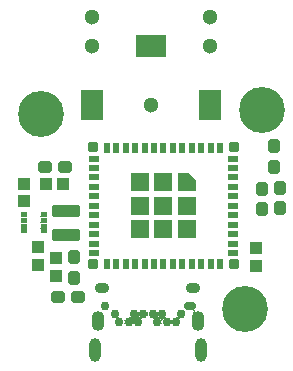
<source format=gbr>
%TF.GenerationSoftware,KiCad,Pcbnew,(7.0.0)*%
%TF.CreationDate,2023-10-08T10:18:40-07:00*%
%TF.ProjectId,Dot-LED,446f742d-4c45-4442-9e6b-696361645f70,rev?*%
%TF.SameCoordinates,Original*%
%TF.FileFunction,Soldermask,Bot*%
%TF.FilePolarity,Negative*%
%FSLAX46Y46*%
G04 Gerber Fmt 4.6, Leading zero omitted, Abs format (unit mm)*
G04 Created by KiCad (PCBNEW (7.0.0)) date 2023-10-08 10:18:40*
%MOMM*%
%LPD*%
G01*
G04 APERTURE LIST*
G04 Aperture macros list*
%AMRoundRect*
0 Rectangle with rounded corners*
0 $1 Rounding radius*
0 $2 $3 $4 $5 $6 $7 $8 $9 X,Y pos of 4 corners*
0 Add a 4 corners polygon primitive as box body*
4,1,4,$2,$3,$4,$5,$6,$7,$8,$9,$2,$3,0*
0 Add four circle primitives for the rounded corners*
1,1,$1+$1,$2,$3*
1,1,$1+$1,$4,$5*
1,1,$1+$1,$6,$7*
1,1,$1+$1,$8,$9*
0 Add four rect primitives between the rounded corners*
20,1,$1+$1,$2,$3,$4,$5,0*
20,1,$1+$1,$4,$5,$6,$7,0*
20,1,$1+$1,$6,$7,$8,$9,0*
20,1,$1+$1,$8,$9,$2,$3,0*%
%AMFreePoly0*
4,1,14,0.760355,0.760355,0.775000,0.725000,0.775000,-0.725000,0.760355,-0.760355,0.725000,-0.775000,-0.125000,-0.775000,-0.160355,-0.760355,-0.760355,-0.160355,-0.775000,-0.125000,-0.775000,0.725000,-0.760355,0.760355,-0.725000,0.775000,0.725000,0.775000,0.760355,0.760355,0.760355,0.760355,$1*%
G04 Aperture macros list end*
%ADD10C,3.890000*%
%ADD11C,1.300000*%
%ADD12RoundRect,0.050000X-1.250000X0.900000X-1.250000X-0.900000X1.250000X-0.900000X1.250000X0.900000X0*%
%ADD13RoundRect,0.050000X-0.900000X1.250000X-0.900000X-1.250000X0.900000X-1.250000X0.900000X1.250000X0*%
%ADD14C,0.750000*%
%ADD15O,1.050000X0.750000*%
%ADD16O,1.000000X2.000000*%
%ADD17O,1.100000X1.700000*%
%ADD18O,1.250000X0.900000*%
%ADD19RoundRect,0.287500X-0.237500X0.300000X-0.237500X-0.300000X0.237500X-0.300000X0.237500X0.300000X0*%
%ADD20RoundRect,0.050000X0.400000X-0.200000X0.400000X0.200000X-0.400000X0.200000X-0.400000X-0.200000X0*%
%ADD21RoundRect,0.050000X0.200000X0.400000X-0.200000X0.400000X-0.200000X-0.400000X0.200000X-0.400000X0*%
%ADD22RoundRect,0.050000X0.725000X-0.725000X0.725000X0.725000X-0.725000X0.725000X-0.725000X-0.725000X0*%
%ADD23FreePoly0,180.000000*%
%ADD24RoundRect,0.050000X0.350000X-0.350000X0.350000X0.350000X-0.350000X0.350000X-0.350000X-0.350000X0*%
%ADD25RoundRect,0.287500X0.300000X0.237500X-0.300000X0.237500X-0.300000X-0.237500X0.300000X-0.237500X0*%
%ADD26RoundRect,0.287500X0.237500X-0.300000X0.237500X0.300000X-0.237500X0.300000X-0.237500X-0.300000X0*%
%ADD27RoundRect,0.050000X-0.500000X0.450000X-0.500000X-0.450000X0.500000X-0.450000X0.500000X0.450000X0*%
%ADD28RoundRect,0.050000X0.500000X-0.450000X0.500000X0.450000X-0.500000X0.450000X-0.500000X-0.450000X0*%
%ADD29RoundRect,0.050000X0.237500X-0.150000X0.237500X0.150000X-0.237500X0.150000X-0.237500X-0.150000X0*%
%ADD30RoundRect,0.050000X0.450000X0.500000X-0.450000X0.500000X-0.450000X-0.500000X0.450000X-0.500000X0*%
%ADD31RoundRect,0.050000X1.100000X-0.425000X1.100000X0.425000X-1.100000X0.425000X-1.100000X-0.425000X0*%
G04 APERTURE END LIST*
D10*
%TO.C,RX1*%
X136400000Y-48250000D03*
%TD*%
D11*
%TO.C,CON1*%
X132050000Y-40300000D03*
X122050000Y-40300000D03*
X132050000Y-42800000D03*
X122050000Y-42800000D03*
X127050000Y-47800000D03*
D12*
X127050000Y-42800000D03*
D13*
X122050000Y-47800000D03*
X132050000Y-47800000D03*
%TD*%
D14*
%TO.C,P1*%
X123150000Y-64800000D03*
D15*
X130349999Y-64799999D03*
D14*
X129550000Y-65450000D03*
X129150000Y-66150000D03*
X128350000Y-66150000D03*
X127950000Y-65450000D03*
X127550000Y-66150000D03*
X127150000Y-65450000D03*
X126350000Y-65450000D03*
X125950000Y-66150000D03*
X125550000Y-65450000D03*
X125150000Y-66150000D03*
X124350000Y-66150000D03*
X123950000Y-65450000D03*
D16*
X122249999Y-68564999D03*
D17*
X122529999Y-66049999D03*
D18*
X122904999Y-63249999D03*
X130594999Y-63249999D03*
D17*
X130969999Y-66049999D03*
D16*
X131249999Y-68564999D03*
%TD*%
D10*
%TO.C,GND2*%
X135000000Y-65050000D03*
%TD*%
%TO.C,TX1*%
X117750000Y-48550000D03*
%TD*%
D19*
%TO.C,C7*%
X137400000Y-51287500D03*
X137400000Y-53012500D03*
%TD*%
D20*
%TO.C,U1*%
X133975000Y-52325000D03*
X133975000Y-53125000D03*
X133975000Y-53925000D03*
X133975000Y-54725000D03*
X133975000Y-55525000D03*
X133975000Y-56325000D03*
X133975000Y-57125000D03*
X133975000Y-57925000D03*
X133975000Y-58725000D03*
X133975000Y-59525000D03*
X133975000Y-60325000D03*
D21*
X132875000Y-61225000D03*
X132075000Y-61225000D03*
X131275000Y-61225000D03*
X130475000Y-61225000D03*
X129675000Y-61225000D03*
X128875000Y-61225000D03*
X128075000Y-61225000D03*
X127275000Y-61225000D03*
X126475000Y-61225000D03*
X125675000Y-61225000D03*
X124875000Y-61225000D03*
X124075000Y-61225000D03*
X123275000Y-61225000D03*
D20*
X122175000Y-60325000D03*
X122175000Y-59525000D03*
X122175000Y-58725000D03*
X122175000Y-57925000D03*
X122175000Y-57125000D03*
X122175000Y-56325000D03*
X122175000Y-55525000D03*
X122175000Y-54725000D03*
X122175000Y-53925000D03*
X122175000Y-53125000D03*
X122175000Y-52325000D03*
D21*
X123275000Y-51425000D03*
X124075000Y-51425000D03*
X124875000Y-51425000D03*
X125675000Y-51425000D03*
X126475000Y-51425000D03*
X127275000Y-51425000D03*
X128075000Y-51425000D03*
X128875000Y-51425000D03*
X129675000Y-51425000D03*
X130475000Y-51425000D03*
X131275000Y-51425000D03*
X132075000Y-51425000D03*
X132875000Y-51425000D03*
D22*
X130050000Y-58300000D03*
X130050000Y-56325000D03*
D23*
X130050000Y-54350000D03*
D22*
X128075000Y-58300000D03*
X128075000Y-56325000D03*
X128075000Y-54350000D03*
X126100000Y-58300000D03*
X126100000Y-56325000D03*
X126100000Y-54350000D03*
D24*
X122125000Y-51375000D03*
X122125000Y-61275000D03*
X134025000Y-61275000D03*
X134025000Y-51375000D03*
%TD*%
D25*
%TO.C,C14*%
X119762500Y-53000000D03*
X118037500Y-53000000D03*
%TD*%
D26*
%TO.C,C18*%
X120500000Y-62412500D03*
X120500000Y-60687500D03*
%TD*%
D27*
%TO.C,R7*%
X116250000Y-54450000D03*
X116250000Y-55950000D03*
%TD*%
%TO.C,R9*%
X119000000Y-60750000D03*
X119000000Y-62250000D03*
%TD*%
D26*
%TO.C,C6*%
X137950000Y-56512500D03*
X137950000Y-54787500D03*
%TD*%
D25*
%TO.C,C16*%
X120862500Y-64050000D03*
X119137500Y-64050000D03*
%TD*%
D28*
%TO.C,R3*%
X135950000Y-61400000D03*
X135950000Y-59900000D03*
%TD*%
D27*
%TO.C,R8*%
X117450000Y-59800000D03*
X117450000Y-61300000D03*
%TD*%
D29*
%TO.C,U3*%
X117926000Y-57000000D03*
X117926000Y-57500000D03*
X117926000Y-58000000D03*
X117926000Y-58500000D03*
X116250000Y-58500000D03*
X116250000Y-58000000D03*
X116250000Y-57500000D03*
X116250000Y-57000000D03*
%TD*%
D19*
%TO.C,C15*%
X136400000Y-54887500D03*
X136400000Y-56612500D03*
%TD*%
D30*
%TO.C,R6*%
X119600000Y-54500000D03*
X118100000Y-54500000D03*
%TD*%
D31*
%TO.C,L2*%
X119850000Y-58775000D03*
X119850000Y-56725000D03*
%TD*%
G36*
X128841847Y-65941450D02*
G01*
X128841869Y-65943308D01*
X128795279Y-66034745D01*
X128777024Y-66150000D01*
X128795279Y-66265254D01*
X128841869Y-66356691D01*
X128841847Y-66358549D01*
X128840306Y-66359587D01*
X128838576Y-66358909D01*
X128825777Y-66344138D01*
X128824433Y-66345303D01*
X128822981Y-66345786D01*
X128821612Y-66345101D01*
X128802938Y-66323547D01*
X128749999Y-66308002D01*
X128697061Y-66323547D01*
X128678387Y-66345101D01*
X128677018Y-66345786D01*
X128675565Y-66345303D01*
X128674222Y-66344139D01*
X128661424Y-66358909D01*
X128659694Y-66359587D01*
X128658153Y-66358549D01*
X128658131Y-66356691D01*
X128704720Y-66265254D01*
X128722975Y-66150000D01*
X128704720Y-66034745D01*
X128658130Y-65943308D01*
X128658152Y-65941450D01*
X128659693Y-65940412D01*
X128661423Y-65941090D01*
X128674222Y-65955860D01*
X128675563Y-65954699D01*
X128677015Y-65954215D01*
X128678384Y-65954900D01*
X128697077Y-65976462D01*
X128750000Y-65991996D01*
X128802922Y-65976462D01*
X128821615Y-65954900D01*
X128822984Y-65954215D01*
X128824436Y-65954698D01*
X128825777Y-65955860D01*
X128838575Y-65941090D01*
X128840306Y-65940412D01*
X128841847Y-65941450D01*
G37*
G36*
X127641847Y-65241450D02*
G01*
X127641869Y-65243308D01*
X127595279Y-65334745D01*
X127577024Y-65449999D01*
X127595279Y-65565254D01*
X127648257Y-65669229D01*
X127730770Y-65751742D01*
X127834745Y-65804720D01*
X127950000Y-65822975D01*
X128065254Y-65804720D01*
X128169229Y-65751742D01*
X128251742Y-65669229D01*
X128279523Y-65614706D01*
X128281172Y-65613618D01*
X128282951Y-65614477D01*
X128283124Y-65616445D01*
X128272871Y-65638897D01*
X128264225Y-65686821D01*
X128279523Y-65732784D01*
X128314976Y-65765791D01*
X128346155Y-65773749D01*
X128347495Y-65774891D01*
X128347413Y-65776650D01*
X128345973Y-65777662D01*
X128234745Y-65795279D01*
X128130770Y-65848257D01*
X128048257Y-65930770D01*
X127995279Y-66034745D01*
X127977024Y-66150000D01*
X127995279Y-66265254D01*
X128041869Y-66356691D01*
X128041847Y-66358549D01*
X128040306Y-66359587D01*
X128038576Y-66358909D01*
X128025777Y-66344138D01*
X128024433Y-66345303D01*
X128022981Y-66345786D01*
X128021612Y-66345101D01*
X128002938Y-66323547D01*
X127949999Y-66308002D01*
X127897061Y-66323547D01*
X127878387Y-66345101D01*
X127877018Y-66345786D01*
X127875565Y-66345303D01*
X127874222Y-66344139D01*
X127861424Y-66358909D01*
X127859694Y-66359587D01*
X127858153Y-66358549D01*
X127858131Y-66356691D01*
X127904720Y-66265254D01*
X127922975Y-66150000D01*
X127904720Y-66034745D01*
X127851742Y-65930770D01*
X127769229Y-65848257D01*
X127665254Y-65795279D01*
X127549999Y-65777024D01*
X127434745Y-65795279D01*
X127330770Y-65848257D01*
X127248257Y-65930770D01*
X127220472Y-65985301D01*
X127218823Y-65986389D01*
X127217044Y-65985530D01*
X127216871Y-65983562D01*
X127227128Y-65961102D01*
X127235774Y-65913178D01*
X127220476Y-65867215D01*
X127185023Y-65834208D01*
X127153844Y-65826250D01*
X127152504Y-65825108D01*
X127152586Y-65823349D01*
X127154026Y-65822337D01*
X127265254Y-65804720D01*
X127369229Y-65751742D01*
X127451742Y-65669229D01*
X127504720Y-65565254D01*
X127522975Y-65449999D01*
X127504720Y-65334745D01*
X127458130Y-65243308D01*
X127458152Y-65241450D01*
X127459693Y-65240412D01*
X127461423Y-65241090D01*
X127474222Y-65255860D01*
X127475563Y-65254699D01*
X127477015Y-65254215D01*
X127478384Y-65254900D01*
X127497077Y-65276462D01*
X127550000Y-65291996D01*
X127602922Y-65276462D01*
X127621615Y-65254900D01*
X127622984Y-65254215D01*
X127624436Y-65254698D01*
X127625777Y-65255860D01*
X127638575Y-65241090D01*
X127640306Y-65240412D01*
X127641847Y-65241450D01*
G37*
G36*
X126041847Y-65241450D02*
G01*
X126041869Y-65243308D01*
X125995279Y-65334745D01*
X125977024Y-65449999D01*
X125995279Y-65565254D01*
X126048257Y-65669229D01*
X126130770Y-65751742D01*
X126234745Y-65804720D01*
X126345973Y-65822337D01*
X126347413Y-65823349D01*
X126347495Y-65825108D01*
X126346155Y-65826250D01*
X126314976Y-65834208D01*
X126279523Y-65867215D01*
X126264225Y-65913178D01*
X126272871Y-65961102D01*
X126283125Y-65983557D01*
X126282952Y-65985525D01*
X126281173Y-65986384D01*
X126279524Y-65985296D01*
X126251742Y-65930770D01*
X126169229Y-65848257D01*
X126065254Y-65795279D01*
X125949999Y-65777024D01*
X125834745Y-65795279D01*
X125730770Y-65848257D01*
X125648257Y-65930770D01*
X125595279Y-66034745D01*
X125577024Y-66150000D01*
X125595279Y-66265254D01*
X125641869Y-66356691D01*
X125641847Y-66358549D01*
X125640306Y-66359587D01*
X125638576Y-66358909D01*
X125625777Y-66344138D01*
X125624433Y-66345303D01*
X125622981Y-66345786D01*
X125621612Y-66345101D01*
X125602938Y-66323547D01*
X125549999Y-66308002D01*
X125497061Y-66323547D01*
X125478387Y-66345101D01*
X125477018Y-66345786D01*
X125475565Y-66345303D01*
X125474222Y-66344139D01*
X125461424Y-66358909D01*
X125459694Y-66359587D01*
X125458153Y-66358549D01*
X125458131Y-66356691D01*
X125504720Y-66265254D01*
X125522975Y-66150000D01*
X125504720Y-66034745D01*
X125451742Y-65930770D01*
X125369229Y-65848257D01*
X125265254Y-65795279D01*
X125154026Y-65777662D01*
X125152586Y-65776650D01*
X125152504Y-65774891D01*
X125153844Y-65773749D01*
X125185023Y-65765791D01*
X125220476Y-65732784D01*
X125235774Y-65686821D01*
X125227128Y-65638897D01*
X125216872Y-65616440D01*
X125217045Y-65614472D01*
X125218824Y-65613613D01*
X125220473Y-65614701D01*
X125248257Y-65669229D01*
X125330770Y-65751742D01*
X125434745Y-65804720D01*
X125550000Y-65822975D01*
X125665254Y-65804720D01*
X125769229Y-65751742D01*
X125851742Y-65669229D01*
X125904720Y-65565254D01*
X125922975Y-65449999D01*
X125904720Y-65334745D01*
X125858130Y-65243308D01*
X125858152Y-65241450D01*
X125859693Y-65240412D01*
X125861423Y-65241090D01*
X125874222Y-65255860D01*
X125875563Y-65254699D01*
X125877015Y-65254215D01*
X125878384Y-65254900D01*
X125897077Y-65276462D01*
X125950000Y-65291996D01*
X126002922Y-65276462D01*
X126021615Y-65254900D01*
X126022984Y-65254215D01*
X126024436Y-65254698D01*
X126025777Y-65255860D01*
X126038575Y-65241090D01*
X126040306Y-65240412D01*
X126041847Y-65241450D01*
G37*
G36*
X124841847Y-65941450D02*
G01*
X124841869Y-65943308D01*
X124795279Y-66034745D01*
X124777024Y-66150000D01*
X124795279Y-66265254D01*
X124841869Y-66356691D01*
X124841847Y-66358549D01*
X124840306Y-66359587D01*
X124838576Y-66358909D01*
X124825777Y-66344138D01*
X124824433Y-66345303D01*
X124822981Y-66345786D01*
X124821612Y-66345101D01*
X124802938Y-66323547D01*
X124749999Y-66308002D01*
X124697061Y-66323547D01*
X124678387Y-66345101D01*
X124677018Y-66345786D01*
X124675565Y-66345303D01*
X124674222Y-66344139D01*
X124661424Y-66358909D01*
X124659694Y-66359587D01*
X124658153Y-66358549D01*
X124658131Y-66356691D01*
X124704720Y-66265254D01*
X124722975Y-66150000D01*
X124704720Y-66034745D01*
X124658130Y-65943308D01*
X124658152Y-65941450D01*
X124659693Y-65940412D01*
X124661423Y-65941090D01*
X124674222Y-65955860D01*
X124675563Y-65954699D01*
X124677015Y-65954215D01*
X124678384Y-65954900D01*
X124697077Y-65976462D01*
X124750000Y-65991996D01*
X124802922Y-65976462D01*
X124821615Y-65954900D01*
X124822984Y-65954215D01*
X124824436Y-65954698D01*
X124825777Y-65955860D01*
X124838575Y-65941090D01*
X124840306Y-65940412D01*
X124841847Y-65941450D01*
G37*
G36*
X124282951Y-65614477D02*
G01*
X124283124Y-65616445D01*
X124272871Y-65638897D01*
X124264225Y-65686821D01*
X124279523Y-65732784D01*
X124314976Y-65765791D01*
X124346155Y-65773749D01*
X124347495Y-65774891D01*
X124347413Y-65776650D01*
X124345973Y-65777662D01*
X124234745Y-65795279D01*
X124130770Y-65848257D01*
X124048257Y-65930770D01*
X124020472Y-65985301D01*
X124018823Y-65986389D01*
X124017044Y-65985530D01*
X124016871Y-65983562D01*
X124027128Y-65961102D01*
X124035774Y-65913178D01*
X124020476Y-65867215D01*
X123985023Y-65834208D01*
X123953844Y-65826250D01*
X123952504Y-65825108D01*
X123952586Y-65823349D01*
X123954026Y-65822337D01*
X124065254Y-65804720D01*
X124169229Y-65751742D01*
X124251742Y-65669229D01*
X124279523Y-65614706D01*
X124281172Y-65613618D01*
X124282951Y-65614477D01*
G37*
G36*
X129220473Y-65614701D02*
G01*
X129248257Y-65669229D01*
X129330770Y-65751742D01*
X129434745Y-65804720D01*
X129545973Y-65822337D01*
X129547413Y-65823349D01*
X129547495Y-65825108D01*
X129546155Y-65826250D01*
X129514976Y-65834208D01*
X129479523Y-65867215D01*
X129464225Y-65913178D01*
X129472871Y-65961102D01*
X129483125Y-65983557D01*
X129482952Y-65985525D01*
X129481173Y-65986384D01*
X129479524Y-65985296D01*
X129451742Y-65930770D01*
X129369229Y-65848257D01*
X129265254Y-65795279D01*
X129154026Y-65777662D01*
X129152586Y-65776650D01*
X129152504Y-65774891D01*
X129153844Y-65773749D01*
X129185023Y-65765791D01*
X129220476Y-65732784D01*
X129235774Y-65686821D01*
X129227128Y-65638897D01*
X129216872Y-65616440D01*
X129217045Y-65614472D01*
X129218824Y-65613613D01*
X129220473Y-65614701D01*
G37*
G36*
X126841847Y-65241450D02*
G01*
X126841869Y-65243308D01*
X126795279Y-65334745D01*
X126777024Y-65449999D01*
X126795279Y-65565254D01*
X126841869Y-65656691D01*
X126841847Y-65658549D01*
X126840306Y-65659587D01*
X126838576Y-65658909D01*
X126825777Y-65644138D01*
X126824433Y-65645303D01*
X126822981Y-65645786D01*
X126821612Y-65645101D01*
X126802938Y-65623547D01*
X126750000Y-65608002D01*
X126697061Y-65623547D01*
X126678387Y-65645101D01*
X126677018Y-65645786D01*
X126675565Y-65645303D01*
X126674222Y-65644139D01*
X126661424Y-65658909D01*
X126659694Y-65659587D01*
X126658153Y-65658549D01*
X126658131Y-65656691D01*
X126704720Y-65565254D01*
X126722975Y-65449999D01*
X126704720Y-65334745D01*
X126658130Y-65243308D01*
X126658152Y-65241450D01*
X126659693Y-65240412D01*
X126661423Y-65241090D01*
X126674222Y-65255860D01*
X126675563Y-65254699D01*
X126677015Y-65254215D01*
X126678384Y-65254900D01*
X126697077Y-65276462D01*
X126750000Y-65291996D01*
X126802922Y-65276462D01*
X126821615Y-65254900D01*
X126822984Y-65254215D01*
X126824436Y-65254698D01*
X126825777Y-65255860D01*
X126838575Y-65241090D01*
X126840306Y-65240412D01*
X126841847Y-65241450D01*
G37*
G36*
X130796764Y-65024932D02*
G01*
X130796620Y-65026826D01*
X130776835Y-65057611D01*
X130761226Y-65108867D01*
X130774701Y-65160429D01*
X130813184Y-65197298D01*
X130865557Y-65208614D01*
X130896953Y-65206639D01*
X130898691Y-65207451D01*
X130898946Y-65209351D01*
X130897486Y-65210593D01*
X130786493Y-65233657D01*
X130653990Y-65302316D01*
X130586422Y-65365419D01*
X130584516Y-65365882D01*
X130583130Y-65364493D01*
X130583599Y-65362588D01*
X130607546Y-65337088D01*
X130633302Y-65283154D01*
X130623165Y-65224582D01*
X130581014Y-65182673D01*
X130523311Y-65173027D01*
X130521856Y-65171957D01*
X130521857Y-65170151D01*
X130523312Y-65169081D01*
X130621103Y-65152762D01*
X130729084Y-65094327D01*
X130793466Y-65024390D01*
X130795261Y-65023771D01*
X130796764Y-65024932D01*
G37*
G36*
X129870931Y-64968938D02*
G01*
X129925596Y-65052608D01*
X130009154Y-65117645D01*
X130009922Y-65119343D01*
X130008956Y-65120937D01*
X130007095Y-65121042D01*
X129995960Y-65115956D01*
X129937590Y-65108625D01*
X129885744Y-65135744D01*
X129858625Y-65187590D01*
X129865956Y-65245960D01*
X129883132Y-65283570D01*
X129882959Y-65285538D01*
X129881180Y-65286397D01*
X129879531Y-65285309D01*
X129851742Y-65230770D01*
X129769229Y-65148257D01*
X129762106Y-65144627D01*
X129761026Y-65143063D01*
X129761741Y-65141303D01*
X129763605Y-65140934D01*
X129802186Y-65152863D01*
X129853133Y-65140247D01*
X129890247Y-65103133D01*
X129902863Y-65052186D01*
X129887275Y-65001769D01*
X129867574Y-64971113D01*
X129867477Y-64969120D01*
X129869152Y-64968035D01*
X129870931Y-64968938D01*
G37*
G36*
X117658428Y-58186480D02*
G01*
X117670145Y-58194309D01*
X117688699Y-58198000D01*
X118163301Y-58198000D01*
X118181854Y-58194309D01*
X118193565Y-58186483D01*
X118195319Y-58186252D01*
X118196570Y-58187503D01*
X118196339Y-58189257D01*
X118192300Y-58195303D01*
X118175708Y-58249998D01*
X118192299Y-58304692D01*
X118196342Y-58310744D01*
X118196573Y-58312498D01*
X118195322Y-58313749D01*
X118193568Y-58313518D01*
X118181854Y-58305690D01*
X118163301Y-58302000D01*
X117688699Y-58302000D01*
X117670145Y-58305690D01*
X117658428Y-58313519D01*
X117656674Y-58313750D01*
X117655423Y-58312499D01*
X117655654Y-58310745D01*
X117659699Y-58304692D01*
X117676290Y-58250000D01*
X117659699Y-58195307D01*
X117655654Y-58189254D01*
X117655423Y-58187500D01*
X117656674Y-58186249D01*
X117658428Y-58186480D01*
G37*
G36*
X115982428Y-58186480D02*
G01*
X115994145Y-58194309D01*
X116012699Y-58198000D01*
X116487301Y-58198000D01*
X116505854Y-58194309D01*
X116517565Y-58186483D01*
X116519319Y-58186252D01*
X116520570Y-58187503D01*
X116520339Y-58189257D01*
X116516300Y-58195303D01*
X116499708Y-58249998D01*
X116516299Y-58304692D01*
X116520342Y-58310744D01*
X116520573Y-58312498D01*
X116519322Y-58313749D01*
X116517568Y-58313518D01*
X116505854Y-58305690D01*
X116487301Y-58302000D01*
X116012699Y-58302000D01*
X115994145Y-58305690D01*
X115982428Y-58313519D01*
X115980674Y-58313750D01*
X115979423Y-58312499D01*
X115979654Y-58310745D01*
X115983699Y-58304692D01*
X116000290Y-58250000D01*
X115983699Y-58195307D01*
X115979654Y-58189254D01*
X115979423Y-58187500D01*
X115980674Y-58186249D01*
X115982428Y-58186480D01*
G37*
G36*
X117658431Y-57686481D02*
G01*
X117670145Y-57694309D01*
X117688699Y-57698000D01*
X118163301Y-57698000D01*
X118181854Y-57694309D01*
X118193565Y-57686483D01*
X118195319Y-57686252D01*
X118196570Y-57687503D01*
X118196339Y-57689257D01*
X118192300Y-57695303D01*
X118175708Y-57749998D01*
X118192299Y-57804692D01*
X118196342Y-57810744D01*
X118196573Y-57812498D01*
X118195322Y-57813749D01*
X118193568Y-57813518D01*
X118181854Y-57805690D01*
X118163301Y-57802000D01*
X117688699Y-57802000D01*
X117670145Y-57805690D01*
X117658428Y-57813520D01*
X117656674Y-57813751D01*
X117655423Y-57812500D01*
X117655654Y-57810746D01*
X117659700Y-57804690D01*
X117676290Y-57749998D01*
X117659699Y-57695305D01*
X117655657Y-57689255D01*
X117655426Y-57687501D01*
X117656677Y-57686250D01*
X117658431Y-57686481D01*
G37*
G36*
X115982431Y-57686481D02*
G01*
X115994145Y-57694309D01*
X116012699Y-57698000D01*
X116487301Y-57698000D01*
X116505854Y-57694309D01*
X116517565Y-57686483D01*
X116519319Y-57686252D01*
X116520570Y-57687503D01*
X116520339Y-57689257D01*
X116516300Y-57695303D01*
X116499708Y-57749998D01*
X116516299Y-57804692D01*
X116520342Y-57810744D01*
X116520573Y-57812498D01*
X116519322Y-57813749D01*
X116517568Y-57813518D01*
X116505854Y-57805690D01*
X116487301Y-57802000D01*
X116012699Y-57802000D01*
X115994145Y-57805690D01*
X115982428Y-57813520D01*
X115980674Y-57813751D01*
X115979423Y-57812500D01*
X115979654Y-57810746D01*
X115983700Y-57804690D01*
X116000290Y-57749998D01*
X115983699Y-57695305D01*
X115979657Y-57689255D01*
X115979426Y-57687501D01*
X115980677Y-57686250D01*
X115982431Y-57686481D01*
G37*
G36*
X117658431Y-57186481D02*
G01*
X117670145Y-57194309D01*
X117688699Y-57198000D01*
X118163301Y-57198000D01*
X118181854Y-57194309D01*
X118193565Y-57186483D01*
X118195319Y-57186252D01*
X118196570Y-57187503D01*
X118196339Y-57189257D01*
X118192300Y-57195303D01*
X118175708Y-57249998D01*
X118192299Y-57304692D01*
X118196342Y-57310744D01*
X118196573Y-57312498D01*
X118195322Y-57313749D01*
X118193568Y-57313518D01*
X118181854Y-57305690D01*
X118163301Y-57302000D01*
X117688699Y-57302000D01*
X117670145Y-57305690D01*
X117658428Y-57313520D01*
X117656674Y-57313751D01*
X117655423Y-57312500D01*
X117655654Y-57310746D01*
X117659700Y-57304690D01*
X117676290Y-57249998D01*
X117659699Y-57195305D01*
X117655657Y-57189255D01*
X117655426Y-57187501D01*
X117656677Y-57186250D01*
X117658431Y-57186481D01*
G37*
G36*
X115982431Y-57186481D02*
G01*
X115994145Y-57194309D01*
X116012699Y-57198000D01*
X116487301Y-57198000D01*
X116505854Y-57194309D01*
X116517565Y-57186483D01*
X116519319Y-57186252D01*
X116520570Y-57187503D01*
X116520339Y-57189257D01*
X116516300Y-57195303D01*
X116499708Y-57249998D01*
X116516299Y-57304692D01*
X116520342Y-57310744D01*
X116520573Y-57312498D01*
X116519322Y-57313749D01*
X116517568Y-57313518D01*
X116505854Y-57305690D01*
X116487301Y-57302000D01*
X116012699Y-57302000D01*
X115994145Y-57305690D01*
X115982428Y-57313520D01*
X115980674Y-57313751D01*
X115979423Y-57312500D01*
X115979654Y-57310746D01*
X115983700Y-57304690D01*
X116000290Y-57249998D01*
X115983699Y-57195305D01*
X115979657Y-57189255D01*
X115979426Y-57187501D01*
X115980677Y-57186250D01*
X115982431Y-57186481D01*
G37*
M02*

</source>
